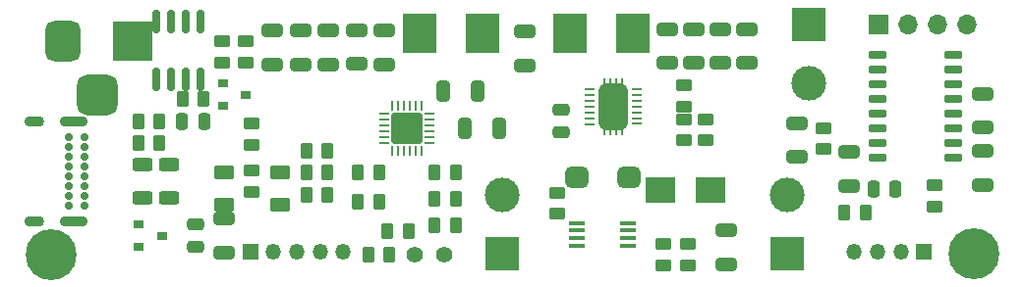
<source format=gts>
G04 #@! TF.GenerationSoftware,KiCad,Pcbnew,(6.99.0-1603-g82820d4b1c)*
G04 #@! TF.CreationDate,2022-06-17T10:59:49+02:00*
G04 #@! TF.ProjectId,BalthazarPSU3,42616c74-6861-47a6-9172-505355332e6b,rev?*
G04 #@! TF.SameCoordinates,Original*
G04 #@! TF.FileFunction,Soldermask,Top*
G04 #@! TF.FilePolarity,Negative*
%FSLAX46Y46*%
G04 Gerber Fmt 4.6, Leading zero omitted, Abs format (unit mm)*
G04 Created by KiCad (PCBNEW (6.99.0-1603-g82820d4b1c)) date 2022-06-17 10:59:49*
%MOMM*%
%LPD*%
G01*
G04 APERTURE LIST*
G04 Aperture macros list*
%AMRoundRect*
0 Rectangle with rounded corners*
0 $1 Rounding radius*
0 $2 $3 $4 $5 $6 $7 $8 $9 X,Y pos of 4 corners*
0 Add a 4 corners polygon primitive as box body*
4,1,4,$2,$3,$4,$5,$6,$7,$8,$9,$2,$3,0*
0 Add four circle primitives for the rounded corners*
1,1,$1+$1,$2,$3*
1,1,$1+$1,$4,$5*
1,1,$1+$1,$6,$7*
1,1,$1+$1,$8,$9*
0 Add four rect primitives between the rounded corners*
20,1,$1+$1,$2,$3,$4,$5,0*
20,1,$1+$1,$4,$5,$6,$7,0*
20,1,$1+$1,$6,$7,$8,$9,0*
20,1,$1+$1,$8,$9,$2,$3,0*%
G04 Aperture macros list end*
%ADD10RoundRect,0.250000X0.325000X0.650000X-0.325000X0.650000X-0.325000X-0.650000X0.325000X-0.650000X0*%
%ADD11RoundRect,0.250000X-0.650000X0.325000X-0.650000X-0.325000X0.650000X-0.325000X0.650000X0.325000X0*%
%ADD12RoundRect,0.250000X0.650000X-0.325000X0.650000X0.325000X-0.650000X0.325000X-0.650000X-0.325000X0*%
%ADD13RoundRect,0.250000X0.250000X0.475000X-0.250000X0.475000X-0.250000X-0.475000X0.250000X-0.475000X0*%
%ADD14RoundRect,0.250000X0.625000X-0.375000X0.625000X0.375000X-0.625000X0.375000X-0.625000X-0.375000X0*%
%ADD15RoundRect,0.250000X-0.450000X0.262500X-0.450000X-0.262500X0.450000X-0.262500X0.450000X0.262500X0*%
%ADD16RoundRect,0.250000X0.262500X0.450000X-0.262500X0.450000X-0.262500X-0.450000X0.262500X-0.450000X0*%
%ADD17RoundRect,0.250000X-0.262500X-0.450000X0.262500X-0.450000X0.262500X0.450000X-0.262500X0.450000X0*%
%ADD18RoundRect,0.250000X0.475000X-0.250000X0.475000X0.250000X-0.475000X0.250000X-0.475000X-0.250000X0*%
%ADD19RoundRect,0.250000X0.450000X-0.262500X0.450000X0.262500X-0.450000X0.262500X-0.450000X-0.262500X0*%
%ADD20RoundRect,0.150000X-0.650000X-0.150000X0.650000X-0.150000X0.650000X0.150000X-0.650000X0.150000X0*%
%ADD21RoundRect,0.062500X-0.350000X-0.062500X0.350000X-0.062500X0.350000X0.062500X-0.350000X0.062500X0*%
%ADD22RoundRect,0.062500X-0.062500X-0.350000X0.062500X-0.350000X0.062500X0.350000X-0.062500X0.350000X0*%
%ADD23RoundRect,0.251100X-1.098900X-1.098900X1.098900X-1.098900X1.098900X1.098900X-1.098900X1.098900X0*%
%ADD24C,1.400000*%
%ADD25R,0.250000X0.825000*%
%ADD26R,0.825000X0.250000*%
%ADD27C,0.500000*%
%ADD28RoundRect,0.650000X0.650000X-1.350000X0.650000X1.350000X-0.650000X1.350000X-0.650000X-1.350000X0*%
%ADD29R,3.000000X3.000000*%
%ADD30C,3.000000*%
%ADD31C,0.700000*%
%ADD32O,2.400000X0.900000*%
%ADD33O,1.700000X0.900000*%
%ADD34R,2.950000X3.500000*%
%ADD35R,3.500000X3.500000*%
%ADD36RoundRect,0.750000X-0.750000X-1.000000X0.750000X-1.000000X0.750000X1.000000X-0.750000X1.000000X0*%
%ADD37RoundRect,0.875000X-0.875000X-0.875000X0.875000X-0.875000X0.875000X0.875000X-0.875000X0.875000X0*%
%ADD38R,0.900000X0.800000*%
%ADD39R,1.700000X1.700000*%
%ADD40O,1.700000X1.700000*%
%ADD41R,1.350000X1.350000*%
%ADD42O,1.350000X1.350000*%
%ADD43RoundRect,0.250000X-0.625000X0.312500X-0.625000X-0.312500X0.625000X-0.312500X0.625000X0.312500X0*%
%ADD44RoundRect,0.250000X0.625000X-0.312500X0.625000X0.312500X-0.625000X0.312500X-0.625000X-0.312500X0*%
%ADD45C,4.400000*%
%ADD46RoundRect,0.150000X0.150000X-0.825000X0.150000X0.825000X-0.150000X0.825000X-0.150000X-0.825000X0*%
%ADD47RoundRect,0.450000X-0.550000X-0.450000X0.550000X-0.450000X0.550000X0.450000X-0.550000X0.450000X0*%
%ADD48R,2.500000X2.300000*%
%ADD49R,1.450000X0.450000*%
G04 APERTURE END LIST*
D10*
X142575000Y-69850000D03*
X139625000Y-69850000D03*
D11*
X132715000Y-61390000D03*
X132715000Y-64340000D03*
X184277000Y-66851000D03*
X184277000Y-69801000D03*
X118872000Y-77646000D03*
X118872000Y-80596000D03*
X125476000Y-61390000D03*
X125476000Y-64340000D03*
D12*
X168275000Y-72341000D03*
X168275000Y-69391000D03*
X184277000Y-74754000D03*
X184277000Y-71804000D03*
D13*
X176718000Y-75057000D03*
X174818000Y-75057000D03*
D12*
X172720000Y-74832000D03*
X172720000Y-71882000D03*
D11*
X127889000Y-61390000D03*
X127889000Y-64340000D03*
D10*
X140730500Y-66611500D03*
X137780500Y-66611500D03*
D14*
X118872000Y-76457000D03*
X118872000Y-73657000D03*
X123698000Y-76457000D03*
X123698000Y-73657000D03*
D15*
X121285000Y-73509500D03*
X121285000Y-75334500D03*
D16*
X127785500Y-71755000D03*
X125960500Y-71755000D03*
X133119500Y-80772000D03*
X131294500Y-80772000D03*
X138837500Y-73660000D03*
X137012500Y-73660000D03*
D15*
X180086000Y-74779500D03*
X180086000Y-76604500D03*
D16*
X138834500Y-75946000D03*
X137009500Y-75946000D03*
D17*
X172315500Y-77089000D03*
X174140500Y-77089000D03*
D18*
X147955000Y-70165000D03*
X147955000Y-68265000D03*
D12*
X157099000Y-64213000D03*
X157099000Y-61263000D03*
X163957000Y-64216000D03*
X163957000Y-61266000D03*
X159385000Y-64210000D03*
X159385000Y-61260000D03*
X161671000Y-64213000D03*
X161671000Y-61263000D03*
D11*
X123063000Y-61390000D03*
X123063000Y-64340000D03*
D12*
X144780000Y-64418000D03*
X144780000Y-61468000D03*
D19*
X158496000Y-67968500D03*
X158496000Y-66143500D03*
X158496000Y-70889500D03*
X158496000Y-69064500D03*
D17*
X137009500Y-78232000D03*
X138834500Y-78232000D03*
D11*
X130302000Y-61341000D03*
X130302000Y-64291000D03*
D20*
X175185000Y-63500000D03*
X175185000Y-64770000D03*
X175185000Y-66040000D03*
X175185000Y-67310000D03*
X175185000Y-68580000D03*
X175185000Y-69850000D03*
X175185000Y-71120000D03*
X175185000Y-72390000D03*
X181685000Y-72390000D03*
X181685000Y-71120000D03*
X181685000Y-69850000D03*
X181685000Y-68580000D03*
X181685000Y-67310000D03*
X181685000Y-66040000D03*
X181685000Y-64770000D03*
X181685000Y-63500000D03*
D15*
X170561000Y-69826500D03*
X170561000Y-71651500D03*
D21*
X132657500Y-68600000D03*
X132657500Y-69100000D03*
X132657500Y-69600000D03*
X132657500Y-70100000D03*
X132657500Y-70600000D03*
X132657500Y-71100000D03*
D22*
X133370000Y-71812500D03*
X133870000Y-71812500D03*
X134370000Y-71812500D03*
X134870000Y-71812500D03*
X135370000Y-71812500D03*
X135870000Y-71812500D03*
D21*
X136582500Y-71100000D03*
X136582500Y-70600000D03*
X136582500Y-70100000D03*
X136582500Y-69600000D03*
X136582500Y-69100000D03*
X136582500Y-68600000D03*
D22*
X135870000Y-67887500D03*
X135370000Y-67887500D03*
X134870000Y-67887500D03*
X134370000Y-67887500D03*
X133870000Y-67887500D03*
X133370000Y-67887500D03*
D23*
X134620000Y-69850000D03*
D24*
X135275000Y-80772000D03*
X137815000Y-80772000D03*
D19*
X147574000Y-77239500D03*
X147574000Y-75414500D03*
D25*
X153146999Y-69991999D03*
X153146999Y-65927999D03*
X152638999Y-69991999D03*
X152638999Y-65927999D03*
X152130999Y-69991999D03*
X152130999Y-65927999D03*
X151622999Y-69991999D03*
X151622999Y-65927999D03*
D26*
X154416999Y-69459999D03*
X154416999Y-68975999D03*
X154416999Y-68467999D03*
X154416999Y-67959999D03*
X154416999Y-67459999D03*
X154416999Y-66943999D03*
X154416999Y-66459999D03*
X150352999Y-66459999D03*
X150352999Y-66959999D03*
X150352999Y-67459999D03*
X150352999Y-67959999D03*
X150352999Y-68467999D03*
X150352999Y-68959999D03*
X150352999Y-69483999D03*
D27*
X153401000Y-68976000D03*
X153401000Y-67960000D03*
X153401000Y-66944000D03*
X152385000Y-68976000D03*
X152385000Y-67960000D03*
D28*
X152385000Y-67960000D03*
D27*
X152385000Y-66944000D03*
X151369000Y-68976000D03*
X151369000Y-67960000D03*
X151369000Y-66944000D03*
D29*
X142874999Y-80644999D03*
D30*
X142875000Y-75565000D03*
D29*
X169290999Y-60832999D03*
D30*
X169291000Y-65913000D03*
D29*
X167385999Y-80644999D03*
D30*
X167386000Y-75565000D03*
D31*
X106895000Y-70612000D03*
X106895000Y-71462000D03*
X106895000Y-72312000D03*
X106895000Y-73162000D03*
X106895000Y-74012000D03*
X106895000Y-74862000D03*
X106895000Y-75712000D03*
X106895000Y-76562000D03*
X105545000Y-76562000D03*
X105545000Y-75712000D03*
X105545000Y-74862000D03*
X105545000Y-74012000D03*
X105545000Y-73162000D03*
X105545000Y-72312000D03*
X105545000Y-71462000D03*
X105545000Y-70612000D03*
D32*
X105914999Y-69261999D03*
D33*
X102534999Y-69261999D03*
D32*
X105914999Y-77911999D03*
D33*
X102534999Y-77911999D03*
D34*
X135704999Y-61594999D03*
X141154999Y-61594999D03*
X148658999Y-61594999D03*
X154108999Y-61594999D03*
D35*
X110997999Y-62288499D03*
D36*
X104998000Y-62288500D03*
D37*
X107998000Y-66988500D03*
D18*
X116459000Y-80071000D03*
X116459000Y-78171000D03*
D13*
X117155000Y-69215000D03*
X115255000Y-69215000D03*
D38*
X111521999Y-78170999D03*
X111521999Y-80070999D03*
X113521999Y-79120999D03*
X118760999Y-65978999D03*
X118760999Y-67878999D03*
X120760999Y-66928999D03*
D17*
X111482500Y-69215000D03*
X113307500Y-69215000D03*
D16*
X113307500Y-71120000D03*
X111482500Y-71120000D03*
D15*
X118745000Y-62333500D03*
X118745000Y-64158500D03*
D19*
X120777000Y-64158500D03*
X120777000Y-62333500D03*
D17*
X115292500Y-67310000D03*
X117117500Y-67310000D03*
D16*
X132230500Y-73660000D03*
X130405500Y-73660000D03*
X127785500Y-75565000D03*
X125960500Y-75565000D03*
X127785500Y-73660000D03*
X125960500Y-73660000D03*
D17*
X132942500Y-78740000D03*
X134767500Y-78740000D03*
D15*
X121285000Y-69445500D03*
X121285000Y-71270500D03*
D16*
X132227500Y-76200000D03*
X130402500Y-76200000D03*
D39*
X175259999Y-60832999D03*
D40*
X177799999Y-60832999D03*
X180339999Y-60832999D03*
X182879999Y-60832999D03*
D41*
X121157999Y-80517999D03*
D42*
X123157999Y-80517999D03*
X125157999Y-80517999D03*
X127157999Y-80517999D03*
X129157999Y-80517999D03*
D41*
X179196999Y-80517999D03*
D42*
X177196999Y-80517999D03*
X175196999Y-80517999D03*
X173196999Y-80517999D03*
D43*
X111887000Y-72959500D03*
X111887000Y-75884500D03*
D44*
X114173000Y-75884500D03*
X114173000Y-72959500D03*
D45*
X104013000Y-80772000D03*
X183515000Y-80645000D03*
D46*
X113030000Y-65594000D03*
X114300000Y-65594000D03*
X115570000Y-65594000D03*
X116840000Y-65594000D03*
X116840000Y-60644000D03*
X115570000Y-60644000D03*
X114300000Y-60644000D03*
X113030000Y-60644000D03*
D11*
X162179000Y-78662000D03*
X162179000Y-81612000D03*
D15*
X158877000Y-79859500D03*
X158877000Y-81684500D03*
D19*
X156718000Y-81684500D03*
X156718000Y-79859500D03*
D47*
X149261000Y-74041000D03*
X153761000Y-74041000D03*
D48*
X160772999Y-75183999D03*
X156472999Y-75183999D03*
D19*
X160401000Y-70889500D03*
X160401000Y-69064500D03*
D49*
X149310999Y-78018999D03*
X149310999Y-78668999D03*
X149310999Y-79318999D03*
X149310999Y-79968999D03*
X153710999Y-79968999D03*
X153710999Y-79318999D03*
X153710999Y-78668999D03*
X153710999Y-78018999D03*
M02*

</source>
